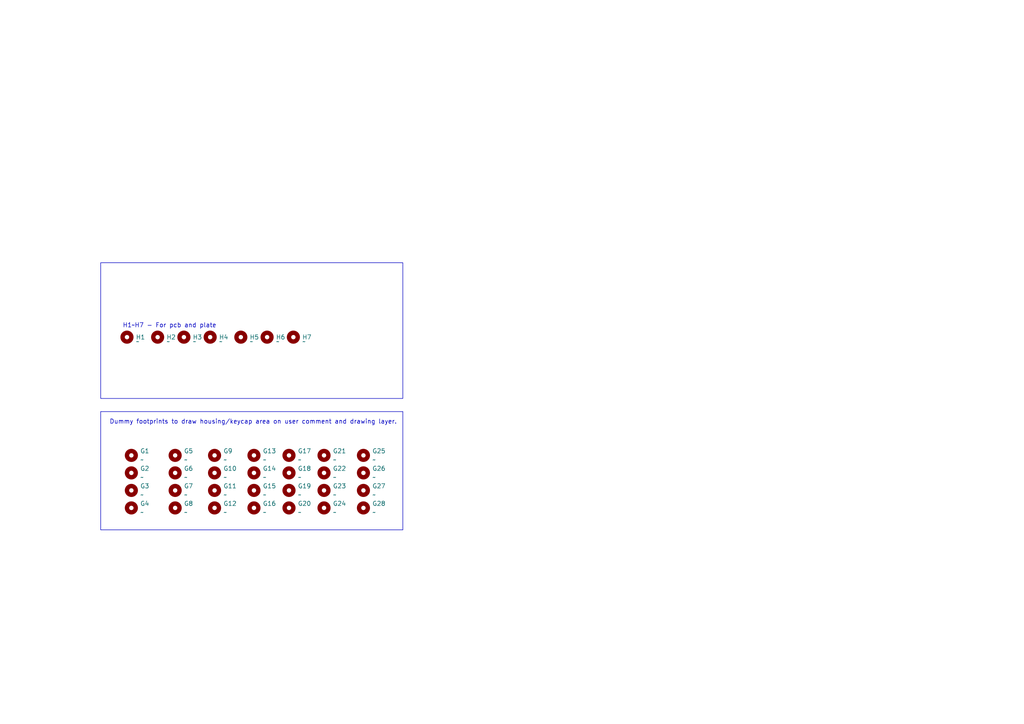
<source format=kicad_sch>
(kicad_sch (version 20230121) (generator eeschema)
  (paper "A4")
  (title_block (date "2023-06-22") (rev "1.0") (comment 2 "MIT License"))
  (lib_symbols
    (symbol "Mechanical:MountingHole" (pin_names (offset 1.016))
      (property "Reference" "H" (at 0 5.08 0))
      (property "Value" "MountingHole" (at 0 3.175 0))
      (symbol "MountingHole_0_1"
        (circle (center 0 0) (radius 1.27) (stroke (width 1.27)))
      )
    )
  )
  (no_connect (at 386.08 -66.04))
  (polyline (pts (xy 116.84 119.38) (xy 29.21 119.38)))
  (polyline (pts (xy 29.21 119.38) (xy 29.21 153.67)))
  (polyline (pts (xy 116.84 153.67) (xy 116.84 119.38)))
  (polyline (pts (xy 29.21 153.67) (xy 116.84 153.67)))
  (rectangle (start 29.21 76.2) (end 116.84 115.57))
  (text "H1~H7 - For pcb and plate" (at 35.56 95.25 0) (effects (font (size 1.27 1.27)) (justify left bottom)))
  (text "Dummy footprints to draw housing/keycap area on user comment and drawing layer.\n" (at 31.75 123.19 0) (effects (font (size 1.27 1.27)) (justify left bottom)))
  (symbol (lib_id "Mechanical:MountingHole") (at 93.98 137.16 0) (unit 1)
    (property "Reference" "G22" (at 96.52 135.8899 0) (effects (justify left)))
    (property "Value" "~" (at 96.52 138.4299 0) (effects (justify left)))
    (property "Footprint" "ec_parts:plate_cut" (effects hide))
  )
  (symbol (lib_id "Mechanical:MountingHole") (at 83.82 142.24 0) (unit 1)
    (property "Reference" "G19" (at 86.36 140.9699 0) (effects (justify left)))
    (property "Value" "~" (at 86.36 143.5099 0) (effects (justify left)))
    (property "Footprint" "ec_parts:plate_cut" (effects hide))
  )
  (symbol (lib_id "Mechanical:MountingHole") (at 77.47 97.79 0) (unit 1)
    (property "Reference" "H6" (at 80.01 97.7899 0) (effects (justify left)))
    (property "Value" "~" (at 80.01 99.0599 0) (effects (justify left)))
    (property "Footprint" "MountingHole:MountingHole_2.1mm" (effects hide))
  )
  (symbol (lib_id "Mechanical:MountingHole") (at 38.1 142.24 0) (unit 1)
    (property "Reference" "G3" (at 40.64 140.9699 0) (effects (justify left)))
    (property "Value" "~" (at 40.64 143.5099 0) (effects (justify left)))
    (property "Footprint" "ec_parts:plate_cut" (effects hide))
  )
  (symbol (lib_id "Mechanical:MountingHole") (at 62.23 147.32 0) (unit 1)
    (property "Reference" "G12" (at 64.77 146.0499 0) (effects (justify left)))
    (property "Value" "~" (at 64.77 148.5899 0) (effects (justify left)))
    (property "Footprint" "ec_parts:plate_cut" (effects hide))
  )
  (symbol (lib_id "Mechanical:MountingHole") (at 105.41 137.16 0) (unit 1)
    (property "Reference" "G26" (at 107.95 135.8899 0) (effects (justify left)))
    (property "Value" "~" (at 107.95 138.4299 0) (effects (justify left)))
    (property "Footprint" "ec_parts:plate_cut" (effects hide))
  )
  (symbol (lib_id "Mechanical:MountingHole") (at 85.09 97.79 0) (unit 1)
    (property "Reference" "H7" (at 87.63 97.7899 0) (effects (justify left)))
    (property "Value" "~" (at 87.63 99.0599 0) (effects (justify left)))
    (property "Footprint" "MountingHole:MountingHole_2.1mm" (effects hide))
  )
  (symbol (lib_id "Mechanical:MountingHole") (at 69.85 97.79 0) (unit 1)
    (property "Reference" "H5" (at 72.39 97.7899 0) (effects (justify left)))
    (property "Value" "~" (at 72.39 99.0599 0) (effects (justify left)))
    (property "Footprint" "MountingHole:MountingHole_2.1mm" (effects hide))
  )
  (symbol (lib_id "Mechanical:MountingHole") (at 93.98 142.24 0) (unit 1)
    (property "Reference" "G23" (at 96.52 140.9699 0) (effects (justify left)))
    (property "Value" "~" (at 96.52 143.5099 0) (effects (justify left)))
    (property "Footprint" "ec_parts:plate_cut" (effects hide))
  )
  (symbol (lib_id "Mechanical:MountingHole") (at 83.82 147.32 0) (unit 1)
    (property "Reference" "G20" (at 86.36 146.0499 0) (effects (justify left)))
    (property "Value" "~" (at 86.36 148.5899 0) (effects (justify left)))
    (property "Footprint" "ec_parts:plate_cut" (effects hide))
  )
  (symbol (lib_id "Mechanical:MountingHole") (at 105.41 142.24 0) (unit 1)
    (property "Reference" "G27" (at 107.95 140.9699 0) (effects (justify left)))
    (property "Value" "~" (at 107.95 143.5099 0) (effects (justify left)))
    (property "Footprint" "ec_parts:plate_cut" (effects hide))
  )
  (symbol (lib_id "Mechanical:MountingHole") (at 73.66 137.16 0) (unit 1)
    (property "Reference" "G14" (at 76.2 135.8899 0) (effects (justify left)))
    (property "Value" "~" (at 76.2 138.4299 0) (effects (justify left)))
    (property "Footprint" "ec_parts:plate_cut" (effects hide))
  )
  (symbol (lib_id "Mechanical:MountingHole") (at 45.72 97.79 0) (unit 1)
    (property "Reference" "H2" (at 48.26 97.7899 0) (effects (justify left)))
    (property "Value" "~" (at 48.26 99.0599 0) (effects (justify left)))
    (property "Footprint" "MountingHole:MountingHole_2.1mm" (effects hide))
  )
  (symbol (lib_id "Mechanical:MountingHole") (at 38.1 137.16 0) (unit 1)
    (property "Reference" "G2" (at 40.64 135.8899 0) (effects (justify left)))
    (property "Value" "~" (at 40.64 138.4299 0) (effects (justify left)))
    (property "Footprint" "ec_parts:plate_cut" (effects hide))
  )
  (symbol (lib_id "Mechanical:MountingHole") (at 38.1 132.08 0) (unit 1)
    (property "Reference" "G1" (at 40.64 130.8099 0) (effects (justify left)))
    (property "Value" "~" (at 40.64 133.3499 0) (effects (justify left)))
    (property "Footprint" "ec_parts:plate_cut" (effects hide))
  )
  (symbol (lib_id "Mechanical:MountingHole") (at 105.41 147.32 0) (unit 1)
    (property "Reference" "G28" (at 107.95 146.0499 0) (effects (justify left)))
    (property "Value" "~" (at 107.95 148.5899 0) (effects (justify left)))
    (property "Footprint" "ec_parts:plate_cut" (effects hide))
  )
  (symbol (lib_id "Mechanical:MountingHole") (at 60.96 97.79 0) (unit 1)
    (property "Reference" "H4" (at 63.5 97.7899 0) (effects (justify left)))
    (property "Value" "~" (at 63.5 99.0599 0) (effects (justify left)))
    (property "Footprint" "MountingHole:MountingHole_2.1mm" (effects hide))
  )
  (symbol (lib_id "Mechanical:MountingHole") (at 50.8 142.24 0) (unit 1)
    (property "Reference" "G7" (at 53.34 140.9699 0) (effects (justify left)))
    (property "Value" "~" (at 53.34 143.5099 0) (effects (justify left)))
    (property "Footprint" "ec_parts:plate_cut" (effects hide))
  )
  (symbol (lib_id "Mechanical:MountingHole") (at 73.66 132.08 0) (unit 1)
    (property "Reference" "G13" (at 76.2 130.8099 0) (effects (justify left)))
    (property "Value" "~" (at 76.2 133.3499 0) (effects (justify left)))
    (property "Footprint" "ec_parts:plate_cut" (effects hide))
  )
  (symbol (lib_id "Mechanical:MountingHole") (at 62.23 142.24 0) (unit 1)
    (property "Reference" "G11" (at 64.77 140.9699 0) (effects (justify left)))
    (property "Value" "~" (at 64.77 143.5099 0) (effects (justify left)))
    (property "Footprint" "ec_parts:plate_cut" (effects hide))
  )
  (symbol (lib_id "Mechanical:MountingHole") (at 38.1 147.32 0) (unit 1)
    (property "Reference" "G4" (at 40.64 146.0499 0) (effects (justify left)))
    (property "Value" "~" (at 40.64 148.5899 0) (effects (justify left)))
    (property "Footprint" "ec_parts:plate_cut" (effects hide))
  )
  (symbol (lib_id "Mechanical:MountingHole") (at 50.8 147.32 0) (unit 1)
    (property "Reference" "G8" (at 53.34 146.0499 0) (effects (justify left)))
    (property "Value" "~" (at 53.34 148.5899 0) (effects (justify left)))
    (property "Footprint" "ec_parts:plate_cut" (effects hide))
  )
  (symbol (lib_id "Mechanical:MountingHole") (at 105.41 132.08 0) (unit 1)
    (property "Reference" "G25" (at 107.95 130.8099 0) (effects (justify left)))
    (property "Value" "~" (at 107.95 133.3499 0) (effects (justify left)))
    (property "Footprint" "ec_parts:plate_cut" (effects hide))
  )
  (symbol (lib_id "Mechanical:MountingHole") (at 50.8 132.08 0) (unit 1)
    (property "Reference" "G5" (at 53.34 130.8099 0) (effects (justify left)))
    (property "Value" "~" (at 53.34 133.3499 0) (effects (justify left)))
    (property "Footprint" "ec_parts:plate_cut" (effects hide))
  )
  (symbol (lib_id "Mechanical:MountingHole") (at 62.23 137.16 0) (unit 1)
    (property "Reference" "G10" (at 64.77 135.8899 0) (effects (justify left)))
    (property "Value" "~" (at 64.77 138.4299 0) (effects (justify left)))
    (property "Footprint" "ec_parts:plate_cut" (effects hide))
  )
  (symbol (lib_id "Mechanical:MountingHole") (at 36.83 97.79 0) (unit 1)
    (property "Reference" "H1" (at 39.37 97.7899 0) (effects (justify left)))
    (property "Value" "~" (at 39.37 99.0599 0) (effects (justify left)))
    (property "Footprint" "MountingHole:MountingHole_2.1mm" (effects hide))
  )
  (symbol (lib_id "Mechanical:MountingHole") (at 83.82 137.16 0) (unit 1)
    (property "Reference" "G18" (at 86.36 135.8899 0) (effects (justify left)))
    (property "Value" "~" (at 86.36 138.4299 0) (effects (justify left)))
    (property "Footprint" "ec_parts:plate_cut" (effects hide))
  )
  (symbol (lib_id "Mechanical:MountingHole") (at 93.98 132.08 0) (unit 1)
    (property "Reference" "G21" (at 96.52 130.8099 0) (effects (justify left)))
    (property "Value" "~" (at 96.52 133.3499 0) (effects (justify left)))
    (property "Footprint" "ec_parts:plate_cut" (effects hide))
  )
  (symbol (lib_id "Mechanical:MountingHole") (at 62.23 132.08 0) (unit 1)
    (property "Reference" "G9" (at 64.77 130.8099 0) (effects (justify left)))
    (property "Value" "~" (at 64.77 133.3499 0) (effects (justify left)))
    (property "Footprint" "ec_parts:plate_cut" (effects hide))
  )
  (symbol (lib_id "Mechanical:MountingHole") (at 50.8 137.16 0) (unit 1)
    (property "Reference" "G6" (at 53.34 135.8899 0) (effects (justify left)))
    (property "Value" "~" (at 53.34 138.4299 0) (effects (justify left)))
    (property "Footprint" "ec_parts:plate_cut" (effects hide))
  )
  (symbol (lib_id "Mechanical:MountingHole") (at 73.66 142.24 0) (unit 1)
    (property "Reference" "G15" (at 76.2 140.9699 0) (effects (justify left)))
    (property "Value" "~" (at 76.2 143.5099 0) (effects (justify left)))
    (property "Footprint" "ec_parts:plate_cut" (effects hide))
  )
  (symbol (lib_id "Mechanical:MountingHole") (at 53.34 97.79 0) (unit 1)
    (property "Reference" "H3" (at 55.88 97.7899 0) (effects (justify left)))
    (property "Value" "~" (at 55.88 99.0599 0) (effects (justify left)))
    (property "Footprint" "MountingHole:MountingHole_2.1mm" (effects hide))
  )
  (symbol (lib_id "Mechanical:MountingHole") (at 83.82 132.08 0) (unit 1)
    (property "Reference" "G17" (at 86.36 130.8099 0) (effects (justify left)))
    (property "Value" "~" (at 86.36 133.3499 0) (effects (justify left)))
    (property "Footprint" "ec_parts:plate_cut" (effects hide))
  )
  (symbol (lib_id "Mechanical:MountingHole") (at 93.98 147.32 0) (unit 1)
    (property "Reference" "G24" (at 96.52 146.0499 0) (effects (justify left)))
    (property "Value" "~" (at 96.52 148.5899 0) (effects (justify left)))
    (property "Footprint" "ec_parts:plate_cut" (effects hide))
  )
  (symbol (lib_id "Mechanical:MountingHole") (at 73.66 147.32 0) (unit 1)
    (property "Reference" "G16" (at 76.2 146.0499 0) (effects (justify left)))
    (property "Value" "~" (at 76.2 148.5899 0) (effects (justify left)))
    (property "Footprint" "ec_parts:plate_cut" (effects hide))
  )
)
</source>
